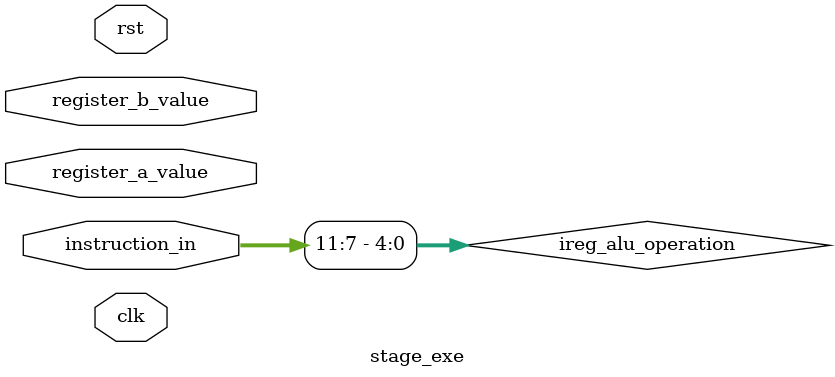
<source format=v>
module stage_exe(input clk,
                 input        rst,
                 input [31:0] instruction_in,
                 input [31:0] register_a_value,
                 input [31:0] register_b_value);

   wire [31:0] alu_result_reg_input;
   wire [31:0] alu_result;

   wire [31:0] alu_in0;
   wire [31:0] alu_in1;
   wire [4:0]  alu_op_select;

   wire [4:0]  ireg_alu_operation;

   assign ireg_alu_operation = instruction_in[11:7];

   alu_control alu_ctrl(.alu_operation(ireg_alu_operation),

                        .reg_value_0(register_a_value),
                        .reg_value_1(register_b_value),

                        // Outputs sent to ALU
                        .alu_in0(alu_in0),
                        .alu_in1(alu_in1),
                        .alu_op_select(alu_op_select)
                        );

   alu ALU(.in0(alu_in0),
           .in1(alu_in1),
           .op_select(alu_op_select),
           .out(alu_result_reg_input));

   // Execution stage result pipeline register
   reg_async_reset alu_result_reg(.clk(clk),
                                  .rst(rst),
                                  .en(1'b1),
                                  .D(alu_result_reg_input),
                                  .Q(alu_result));

   wire [31:0] execute_ireg_out;
   reg_async_reset end_execute_ireg(.clk(clk),
                                    .rst(rst),
                                    .en(1'b1),
                                    .D(instruction_in),
                                    .Q(execute_ireg_out));

   wire [31:0] register_a_value_exe;
   wire [31:0] register_b_value_exe;
   
   reg_async_reset reg_file_data_0_e(.clk(clk),
                                     .rst(rst),
                                     .en(1'b1),
                                     .D(register_a_value),
                                     .Q(register_a_value_exe));

   reg_async_reset reg_file_data_1_e(.clk(clk),
                                     .rst(rst),
                                     .en(1'b1),
                                     .D(register_b_value),
                                     .Q(register_b_value_exe));

endmodule

</source>
